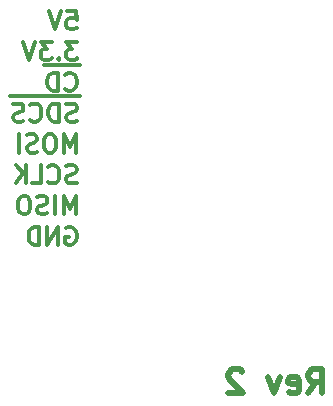
<source format=gbo>
G04 #@! TF.GenerationSoftware,KiCad,Pcbnew,(5.1.10)-1*
G04 #@! TF.CreationDate,2022-05-02T10:13:03-04:00*
G04 #@! TF.ProjectId,SD_CARD_X49,53445f43-4152-4445-9f58-34392e6b6963,1*
G04 #@! TF.SameCoordinates,Original*
G04 #@! TF.FileFunction,Legend,Bot*
G04 #@! TF.FilePolarity,Positive*
%FSLAX46Y46*%
G04 Gerber Fmt 4.6, Leading zero omitted, Abs format (unit mm)*
G04 Created by KiCad (PCBNEW (5.1.10)-1) date 2022-05-02 10:13:03*
%MOMM*%
%LPD*%
G01*
G04 APERTURE LIST*
%ADD10C,0.304800*%
%ADD11C,0.508000*%
G04 APERTURE END LIST*
D10*
X17001308Y-24567998D02*
X17727022Y-24567998D01*
X17799594Y-25299760D01*
X17727022Y-25226584D01*
X17581880Y-25153408D01*
X17219022Y-25153408D01*
X17073880Y-25226584D01*
X17001308Y-25299760D01*
X16928737Y-25446113D01*
X16928737Y-25811994D01*
X17001308Y-25958346D01*
X17073880Y-26031522D01*
X17219022Y-26104698D01*
X17581880Y-26104698D01*
X17727022Y-26031522D01*
X17799594Y-25958346D01*
X16493308Y-24567998D02*
X15985308Y-26104698D01*
X15477308Y-24567998D01*
X17872165Y-27177848D02*
X16928737Y-27177848D01*
X17436737Y-27763258D01*
X17219022Y-27763258D01*
X17073880Y-27836434D01*
X17001308Y-27909610D01*
X16928737Y-28055963D01*
X16928737Y-28421844D01*
X17001308Y-28568196D01*
X17073880Y-28641372D01*
X17219022Y-28714548D01*
X17654451Y-28714548D01*
X17799594Y-28641372D01*
X17872165Y-28568196D01*
X16275594Y-28568196D02*
X16203022Y-28641372D01*
X16275594Y-28714548D01*
X16348165Y-28641372D01*
X16275594Y-28568196D01*
X16275594Y-28714548D01*
X15695022Y-27177848D02*
X14751594Y-27177848D01*
X15259594Y-27763258D01*
X15041880Y-27763258D01*
X14896737Y-27836434D01*
X14824165Y-27909610D01*
X14751594Y-28055963D01*
X14751594Y-28421844D01*
X14824165Y-28568196D01*
X14896737Y-28641372D01*
X15041880Y-28714548D01*
X15477308Y-28714548D01*
X15622451Y-28641372D01*
X15695022Y-28568196D01*
X14316165Y-27177848D02*
X13808165Y-28714548D01*
X13300165Y-27177848D01*
X18089880Y-29126561D02*
X16565880Y-29126561D01*
X16856165Y-31178046D02*
X16928737Y-31251222D01*
X17146451Y-31324398D01*
X17291594Y-31324398D01*
X17509308Y-31251222D01*
X17654451Y-31104870D01*
X17727022Y-30958517D01*
X17799594Y-30665813D01*
X17799594Y-30446284D01*
X17727022Y-30153579D01*
X17654451Y-30007227D01*
X17509308Y-29860875D01*
X17291594Y-29787698D01*
X17146451Y-29787698D01*
X16928737Y-29860875D01*
X16856165Y-29934051D01*
X16565880Y-29126561D02*
X15041880Y-29126561D01*
X16203022Y-31324398D02*
X16203022Y-29787698D01*
X15840165Y-29787698D01*
X15622451Y-29860875D01*
X15477308Y-30007227D01*
X15404737Y-30153579D01*
X15332165Y-30446284D01*
X15332165Y-30665813D01*
X15404737Y-30958517D01*
X15477308Y-31104870D01*
X15622451Y-31251222D01*
X15840165Y-31324398D01*
X16203022Y-31324398D01*
X18089880Y-31736411D02*
X16638451Y-31736411D01*
X17799594Y-33861072D02*
X17581880Y-33934248D01*
X17219022Y-33934248D01*
X17073880Y-33861072D01*
X17001308Y-33787896D01*
X16928737Y-33641544D01*
X16928737Y-33495191D01*
X17001308Y-33348839D01*
X17073880Y-33275663D01*
X17219022Y-33202486D01*
X17509308Y-33129310D01*
X17654451Y-33056134D01*
X17727022Y-32982958D01*
X17799594Y-32836605D01*
X17799594Y-32690253D01*
X17727022Y-32543901D01*
X17654451Y-32470725D01*
X17509308Y-32397548D01*
X17146451Y-32397548D01*
X16928737Y-32470725D01*
X16638451Y-31736411D02*
X15114451Y-31736411D01*
X16275594Y-33934248D02*
X16275594Y-32397548D01*
X15912737Y-32397548D01*
X15695022Y-32470725D01*
X15549880Y-32617077D01*
X15477308Y-32763429D01*
X15404737Y-33056134D01*
X15404737Y-33275663D01*
X15477308Y-33568367D01*
X15549880Y-33714720D01*
X15695022Y-33861072D01*
X15912737Y-33934248D01*
X16275594Y-33934248D01*
X15114451Y-31736411D02*
X13590451Y-31736411D01*
X13880737Y-33787896D02*
X13953308Y-33861072D01*
X14171022Y-33934248D01*
X14316165Y-33934248D01*
X14533880Y-33861072D01*
X14679022Y-33714720D01*
X14751594Y-33568367D01*
X14824165Y-33275663D01*
X14824165Y-33056134D01*
X14751594Y-32763429D01*
X14679022Y-32617077D01*
X14533880Y-32470725D01*
X14316165Y-32397548D01*
X14171022Y-32397548D01*
X13953308Y-32470725D01*
X13880737Y-32543901D01*
X13590451Y-31736411D02*
X12139022Y-31736411D01*
X13300165Y-33861072D02*
X13082451Y-33934248D01*
X12719594Y-33934248D01*
X12574451Y-33861072D01*
X12501880Y-33787896D01*
X12429308Y-33641544D01*
X12429308Y-33495191D01*
X12501880Y-33348839D01*
X12574451Y-33275663D01*
X12719594Y-33202486D01*
X13009880Y-33129310D01*
X13155022Y-33056134D01*
X13227594Y-32982958D01*
X13300165Y-32836605D01*
X13300165Y-32690253D01*
X13227594Y-32543901D01*
X13155022Y-32470725D01*
X13009880Y-32397548D01*
X12647022Y-32397548D01*
X12429308Y-32470725D01*
X17727022Y-36544098D02*
X17727022Y-35007398D01*
X17219022Y-36105041D01*
X16711022Y-35007398D01*
X16711022Y-36544098D01*
X15695022Y-35007398D02*
X15404737Y-35007398D01*
X15259594Y-35080575D01*
X15114451Y-35226927D01*
X15041880Y-35519632D01*
X15041880Y-36031865D01*
X15114451Y-36324570D01*
X15259594Y-36470922D01*
X15404737Y-36544098D01*
X15695022Y-36544098D01*
X15840165Y-36470922D01*
X15985308Y-36324570D01*
X16057880Y-36031865D01*
X16057880Y-35519632D01*
X15985308Y-35226927D01*
X15840165Y-35080575D01*
X15695022Y-35007398D01*
X14461308Y-36470922D02*
X14243594Y-36544098D01*
X13880737Y-36544098D01*
X13735594Y-36470922D01*
X13663022Y-36397746D01*
X13590451Y-36251394D01*
X13590451Y-36105041D01*
X13663022Y-35958689D01*
X13735594Y-35885513D01*
X13880737Y-35812336D01*
X14171022Y-35739160D01*
X14316165Y-35665984D01*
X14388737Y-35592808D01*
X14461308Y-35446455D01*
X14461308Y-35300103D01*
X14388737Y-35153751D01*
X14316165Y-35080575D01*
X14171022Y-35007398D01*
X13808165Y-35007398D01*
X13590451Y-35080575D01*
X12937308Y-36544098D02*
X12937308Y-35007398D01*
X17799594Y-39080772D02*
X17581880Y-39153948D01*
X17219022Y-39153948D01*
X17073880Y-39080772D01*
X17001308Y-39007596D01*
X16928737Y-38861244D01*
X16928737Y-38714891D01*
X17001308Y-38568539D01*
X17073880Y-38495363D01*
X17219022Y-38422186D01*
X17509308Y-38349010D01*
X17654451Y-38275834D01*
X17727022Y-38202658D01*
X17799594Y-38056305D01*
X17799594Y-37909953D01*
X17727022Y-37763601D01*
X17654451Y-37690425D01*
X17509308Y-37617248D01*
X17146451Y-37617248D01*
X16928737Y-37690425D01*
X15404737Y-39007596D02*
X15477308Y-39080772D01*
X15695022Y-39153948D01*
X15840165Y-39153948D01*
X16057879Y-39080772D01*
X16203022Y-38934420D01*
X16275594Y-38788067D01*
X16348165Y-38495363D01*
X16348165Y-38275834D01*
X16275594Y-37983129D01*
X16203022Y-37836777D01*
X16057879Y-37690425D01*
X15840165Y-37617248D01*
X15695022Y-37617248D01*
X15477308Y-37690425D01*
X15404737Y-37763601D01*
X14025879Y-39153948D02*
X14751594Y-39153948D01*
X14751594Y-37617248D01*
X13517879Y-39153948D02*
X13517879Y-37617248D01*
X12647022Y-39153948D02*
X13300165Y-38275834D01*
X12647022Y-37617248D02*
X13517879Y-38495363D01*
X17727022Y-41763798D02*
X17727022Y-40227098D01*
X17219022Y-41324741D01*
X16711022Y-40227098D01*
X16711022Y-41763798D01*
X15985308Y-41763798D02*
X15985308Y-40227098D01*
X15332165Y-41690622D02*
X15114451Y-41763798D01*
X14751594Y-41763798D01*
X14606451Y-41690622D01*
X14533880Y-41617446D01*
X14461308Y-41471094D01*
X14461308Y-41324741D01*
X14533880Y-41178389D01*
X14606451Y-41105213D01*
X14751594Y-41032036D01*
X15041880Y-40958860D01*
X15187022Y-40885684D01*
X15259594Y-40812508D01*
X15332165Y-40666155D01*
X15332165Y-40519803D01*
X15259594Y-40373451D01*
X15187022Y-40300275D01*
X15041880Y-40227098D01*
X14679022Y-40227098D01*
X14461308Y-40300275D01*
X13517880Y-40227098D02*
X13227594Y-40227098D01*
X13082451Y-40300275D01*
X12937308Y-40446627D01*
X12864737Y-40739332D01*
X12864737Y-41251565D01*
X12937308Y-41544270D01*
X13082451Y-41690622D01*
X13227594Y-41763798D01*
X13517880Y-41763798D01*
X13663022Y-41690622D01*
X13808165Y-41544270D01*
X13880737Y-41251565D01*
X13880737Y-40739332D01*
X13808165Y-40446627D01*
X13663022Y-40300275D01*
X13517880Y-40227098D01*
X16928737Y-42910125D02*
X17073880Y-42836948D01*
X17291594Y-42836948D01*
X17509308Y-42910125D01*
X17654451Y-43056477D01*
X17727022Y-43202829D01*
X17799594Y-43495534D01*
X17799594Y-43715063D01*
X17727022Y-44007767D01*
X17654451Y-44154120D01*
X17509308Y-44300472D01*
X17291594Y-44373648D01*
X17146451Y-44373648D01*
X16928737Y-44300472D01*
X16856165Y-44227296D01*
X16856165Y-43715063D01*
X17146451Y-43715063D01*
X16203022Y-44373648D02*
X16203022Y-42836948D01*
X15332165Y-44373648D01*
X15332165Y-42836948D01*
X14606451Y-44373648D02*
X14606451Y-42836948D01*
X14243594Y-42836948D01*
X14025880Y-42910125D01*
X13880737Y-43056477D01*
X13808165Y-43202829D01*
X13735594Y-43495534D01*
X13735594Y-43715063D01*
X13808165Y-44007767D01*
X13880737Y-44154120D01*
X14025880Y-44300472D01*
X14243594Y-44373648D01*
X14606451Y-44373648D01*
D11*
X37428714Y-56926238D02*
X38106047Y-55958619D01*
X38589857Y-56926238D02*
X38589857Y-54894238D01*
X37815761Y-54894238D01*
X37622238Y-54991000D01*
X37525476Y-55087761D01*
X37428714Y-55281285D01*
X37428714Y-55571571D01*
X37525476Y-55765095D01*
X37622238Y-55861857D01*
X37815761Y-55958619D01*
X38589857Y-55958619D01*
X35783761Y-56829476D02*
X35977285Y-56926238D01*
X36364333Y-56926238D01*
X36557857Y-56829476D01*
X36654619Y-56635952D01*
X36654619Y-55861857D01*
X36557857Y-55668333D01*
X36364333Y-55571571D01*
X35977285Y-55571571D01*
X35783761Y-55668333D01*
X35687000Y-55861857D01*
X35687000Y-56055380D01*
X36654619Y-56248904D01*
X35009666Y-55571571D02*
X34525857Y-56926238D01*
X34042047Y-55571571D01*
X31816523Y-55087761D02*
X31719761Y-54991000D01*
X31526238Y-54894238D01*
X31042428Y-54894238D01*
X30848904Y-54991000D01*
X30752142Y-55087761D01*
X30655380Y-55281285D01*
X30655380Y-55474809D01*
X30752142Y-55765095D01*
X31913285Y-56926238D01*
X30655380Y-56926238D01*
M02*

</source>
